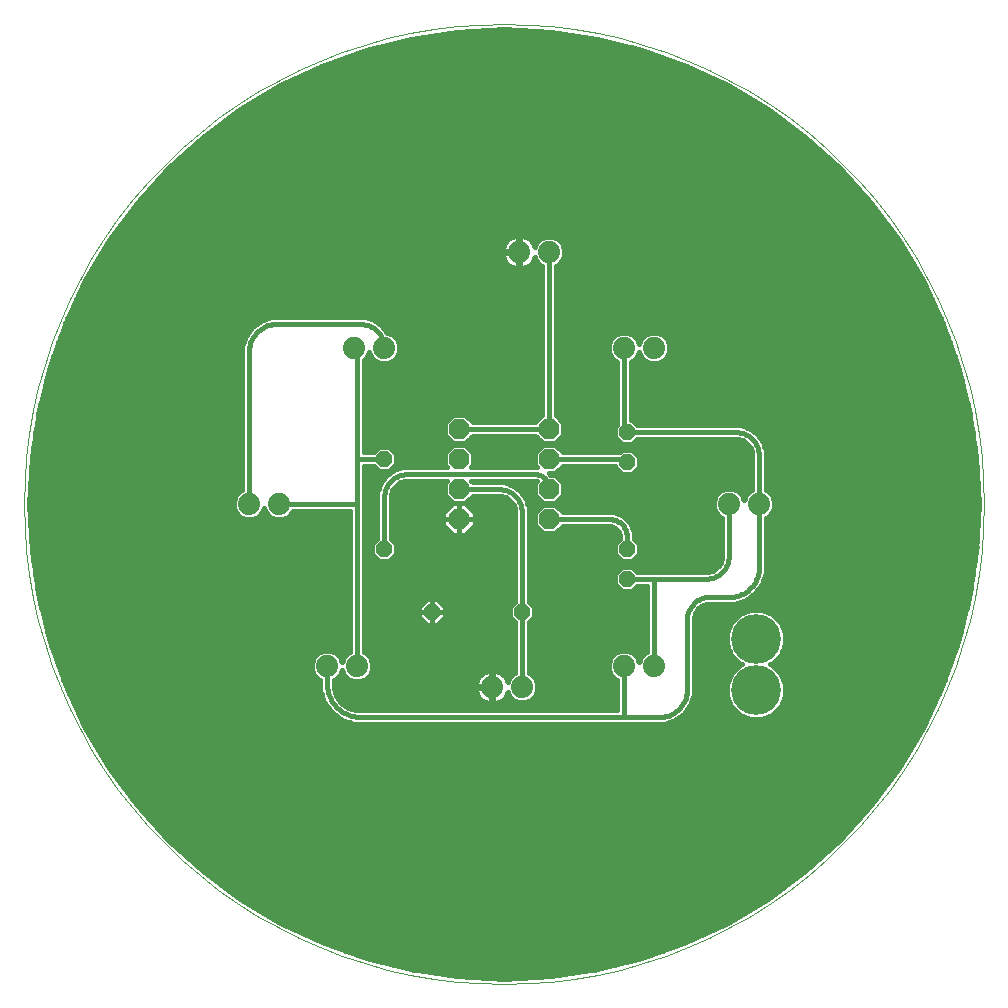
<source format=gtl>
G75*
G70*
%OFA0B0*%
%FSLAX24Y24*%
%IPPOS*%
%LPD*%
%AMOC8*
5,1,8,0,0,1.08239X$1,22.5*
%
%ADD10C,0.0000*%
%ADD11OC8,0.0680*%
%ADD12C,0.0740*%
%ADD13OC8,0.0520*%
%ADD14C,0.0160*%
%ADD15C,0.1660*%
D10*
X000180Y016180D02*
X000199Y016965D01*
X000257Y017748D01*
X000353Y018528D01*
X000487Y019301D01*
X000659Y020068D01*
X000869Y020825D01*
X001115Y021570D01*
X001398Y022303D01*
X001716Y023021D01*
X002069Y023722D01*
X002456Y024406D01*
X002876Y025069D01*
X003329Y025711D01*
X003812Y026330D01*
X004325Y026925D01*
X004866Y027494D01*
X005435Y028035D01*
X006030Y028548D01*
X006649Y029031D01*
X007291Y029484D01*
X007954Y029904D01*
X008638Y030291D01*
X009339Y030644D01*
X010057Y030962D01*
X010790Y031245D01*
X011535Y031491D01*
X012292Y031701D01*
X013059Y031873D01*
X013832Y032007D01*
X014612Y032103D01*
X015395Y032161D01*
X016180Y032180D01*
X016965Y032161D01*
X017748Y032103D01*
X018528Y032007D01*
X019301Y031873D01*
X020068Y031701D01*
X020825Y031491D01*
X021570Y031245D01*
X022303Y030962D01*
X023021Y030644D01*
X023722Y030291D01*
X024406Y029904D01*
X025069Y029484D01*
X025711Y029031D01*
X026330Y028548D01*
X026925Y028035D01*
X027494Y027494D01*
X028035Y026925D01*
X028548Y026330D01*
X029031Y025711D01*
X029484Y025069D01*
X029904Y024406D01*
X030291Y023722D01*
X030644Y023021D01*
X030962Y022303D01*
X031245Y021570D01*
X031491Y020825D01*
X031701Y020068D01*
X031873Y019301D01*
X032007Y018528D01*
X032103Y017748D01*
X032161Y016965D01*
X032180Y016180D01*
X032161Y015395D01*
X032103Y014612D01*
X032007Y013832D01*
X031873Y013059D01*
X031701Y012292D01*
X031491Y011535D01*
X031245Y010790D01*
X030962Y010057D01*
X030644Y009339D01*
X030291Y008638D01*
X029904Y007954D01*
X029484Y007291D01*
X029031Y006649D01*
X028548Y006030D01*
X028035Y005435D01*
X027494Y004866D01*
X026925Y004325D01*
X026330Y003812D01*
X025711Y003329D01*
X025069Y002876D01*
X024406Y002456D01*
X023722Y002069D01*
X023021Y001716D01*
X022303Y001398D01*
X021570Y001115D01*
X020825Y000869D01*
X020068Y000659D01*
X019301Y000487D01*
X018528Y000353D01*
X017748Y000257D01*
X016965Y000199D01*
X016180Y000180D01*
X015395Y000199D01*
X014612Y000257D01*
X013832Y000353D01*
X013059Y000487D01*
X012292Y000659D01*
X011535Y000869D01*
X010790Y001115D01*
X010057Y001398D01*
X009339Y001716D01*
X008638Y002069D01*
X007954Y002456D01*
X007291Y002876D01*
X006649Y003329D01*
X006030Y003812D01*
X005435Y004325D01*
X004866Y004866D01*
X004325Y005435D01*
X003812Y006030D01*
X003329Y006649D01*
X002876Y007291D01*
X002456Y007954D01*
X002069Y008638D01*
X001716Y009339D01*
X001398Y010057D01*
X001115Y010790D01*
X000869Y011535D01*
X000659Y012292D01*
X000487Y013059D01*
X000353Y013832D01*
X000257Y014612D01*
X000199Y015395D01*
X000180Y016180D01*
D11*
X014680Y015680D03*
X014680Y016680D03*
X014680Y017680D03*
X014680Y018680D03*
X017680Y018680D03*
X017680Y017680D03*
X017680Y016680D03*
X017680Y015680D03*
D12*
X020180Y010780D03*
X021180Y010780D03*
X016780Y010080D03*
X015780Y010080D03*
X011280Y010780D03*
X010280Y010780D03*
X008680Y016180D03*
X007680Y016180D03*
X011180Y021380D03*
X012180Y021380D03*
X016680Y024580D03*
X017680Y024580D03*
X020180Y021380D03*
X021180Y021380D03*
X023680Y016180D03*
X024680Y016180D03*
D13*
X020280Y017580D03*
X020280Y018580D03*
X020280Y014680D03*
X020280Y013680D03*
X016780Y012580D03*
X013780Y012580D03*
X012180Y014680D03*
X012180Y017680D03*
D14*
X003951Y006144D02*
X004994Y004994D01*
X006144Y003951D01*
X007391Y003026D01*
X008723Y002228D01*
X010126Y001564D01*
X011588Y001041D01*
X013094Y000664D01*
X014629Y000436D01*
X016180Y000360D01*
X017731Y000436D01*
X019266Y000664D01*
X020772Y001041D01*
X022234Y001564D01*
X023637Y002228D01*
X024969Y003026D01*
X026216Y003951D01*
X027366Y004994D01*
X028409Y006144D01*
X029334Y007391D01*
X030132Y008723D01*
X030796Y010126D01*
X031319Y011588D01*
X031696Y013094D01*
X031924Y014629D01*
X032000Y016180D01*
X031924Y017731D01*
X031696Y019266D01*
X031319Y020772D01*
X030796Y022234D01*
X030132Y023637D01*
X029334Y024969D01*
X028409Y026216D01*
X027366Y027366D01*
X026216Y028409D01*
X024969Y029334D01*
X023637Y030132D01*
X022234Y030796D01*
X020772Y031319D01*
X019266Y031696D01*
X017731Y031924D01*
X016180Y032000D01*
X014629Y031924D01*
X013094Y031696D01*
X011588Y031319D01*
X010126Y030796D01*
X008723Y030132D01*
X007391Y029334D01*
X006144Y028409D01*
X004994Y027366D01*
X003951Y026216D01*
X003951Y026216D01*
X003026Y024969D01*
X003026Y024969D01*
X002228Y023637D01*
X001564Y022234D01*
X001041Y020772D01*
X000664Y019266D01*
X000436Y017731D01*
X000360Y016180D01*
X000436Y014629D01*
X000664Y013094D01*
X001041Y011588D01*
X001564Y010126D01*
X002228Y008723D01*
X003026Y007391D01*
X003951Y006144D01*
X003907Y006203D02*
X028453Y006203D01*
X028570Y006362D02*
X003790Y006362D01*
X003672Y006520D02*
X028688Y006520D01*
X028805Y006679D02*
X003555Y006679D01*
X003437Y006837D02*
X028923Y006837D01*
X029041Y006996D02*
X003319Y006996D01*
X003202Y007154D02*
X029158Y007154D01*
X029276Y007313D02*
X003084Y007313D01*
X002978Y007471D02*
X029382Y007471D01*
X029477Y007630D02*
X002883Y007630D01*
X002788Y007788D02*
X029572Y007788D01*
X029667Y007947D02*
X002693Y007947D01*
X002598Y008105D02*
X029762Y008105D01*
X029857Y008264D02*
X002503Y008264D01*
X002408Y008422D02*
X029952Y008422D01*
X030047Y008581D02*
X002313Y008581D01*
X002220Y008739D02*
X030140Y008739D01*
X030215Y008898D02*
X021673Y008898D01*
X021557Y008860D02*
X021895Y008970D01*
X022182Y009178D01*
X022182Y009178D01*
X022182Y009178D01*
X022390Y009465D01*
X022500Y009803D01*
X022500Y012197D01*
X022506Y012204D01*
X022500Y012287D01*
X022500Y012335D01*
X022501Y012378D01*
X022541Y012539D01*
X022630Y012680D01*
X022758Y012787D01*
X022912Y012848D01*
X022991Y012860D01*
X023873Y012860D01*
X024241Y012979D01*
X024553Y013207D01*
X024781Y013519D01*
X024781Y013519D01*
X024900Y013887D01*
X024900Y015719D01*
X024969Y015748D01*
X025112Y015891D01*
X025190Y016079D01*
X025190Y016281D01*
X025112Y016469D01*
X024969Y016612D01*
X024900Y016641D01*
X024900Y017942D01*
X024800Y018249D01*
X031847Y018249D01*
X031870Y018091D02*
X024852Y018091D01*
X024900Y017932D02*
X031894Y017932D01*
X031917Y017774D02*
X024900Y017774D01*
X024900Y017615D02*
X031929Y017615D01*
X031937Y017457D02*
X024900Y017457D01*
X024900Y017298D02*
X031945Y017298D01*
X031953Y017140D02*
X024900Y017140D01*
X024900Y016981D02*
X031961Y016981D01*
X031968Y016823D02*
X024900Y016823D01*
X024900Y016664D02*
X031976Y016664D01*
X031984Y016506D02*
X025076Y016506D01*
X025163Y016347D02*
X031992Y016347D01*
X032000Y016189D02*
X025190Y016189D01*
X025170Y016030D02*
X031993Y016030D01*
X031985Y015872D02*
X025093Y015872D01*
X024900Y015713D02*
X031977Y015713D01*
X031969Y015555D02*
X024900Y015555D01*
X024900Y015396D02*
X031961Y015396D01*
X031954Y015238D02*
X024900Y015238D01*
X024900Y015079D02*
X031946Y015079D01*
X031938Y014921D02*
X024900Y014921D01*
X024900Y014762D02*
X031930Y014762D01*
X031924Y014629D02*
X031924Y014629D01*
X031920Y014604D02*
X024900Y014604D01*
X024900Y014445D02*
X031896Y014445D01*
X031873Y014287D02*
X024900Y014287D01*
X024900Y014128D02*
X031849Y014128D01*
X031826Y013970D02*
X024900Y013970D01*
X024875Y013811D02*
X031802Y013811D01*
X031779Y013653D02*
X024824Y013653D01*
X024762Y013494D02*
X031755Y013494D01*
X031732Y013336D02*
X024647Y013336D01*
X024553Y013207D02*
X024553Y013207D01*
X024553Y013207D01*
X024513Y013177D02*
X031708Y013177D01*
X031677Y013019D02*
X024295Y013019D01*
X024241Y012979D02*
X024241Y012979D01*
X024387Y012650D02*
X024031Y012502D01*
X023758Y012229D01*
X023610Y011873D01*
X023610Y011487D01*
X023758Y011131D01*
X024031Y010858D01*
X024098Y010830D01*
X024031Y010802D01*
X023758Y010529D01*
X023610Y010173D01*
X023610Y009787D01*
X023758Y009431D01*
X024031Y009158D01*
X024387Y009010D01*
X024773Y009010D01*
X025129Y009158D01*
X025402Y009431D01*
X025550Y009787D01*
X025550Y010173D01*
X025402Y010529D01*
X025129Y010802D01*
X025062Y010830D01*
X025129Y010858D01*
X025402Y011131D01*
X025550Y011487D01*
X025550Y011873D01*
X025402Y012229D01*
X025129Y012502D01*
X024773Y012650D01*
X024387Y012650D01*
X024129Y012543D02*
X022544Y012543D01*
X022502Y012385D02*
X023913Y012385D01*
X023756Y012226D02*
X022504Y012226D01*
X022500Y012068D02*
X023691Y012068D01*
X023625Y011909D02*
X022500Y011909D01*
X022500Y011751D02*
X023610Y011751D01*
X023610Y011592D02*
X022500Y011592D01*
X022500Y011434D02*
X023632Y011434D01*
X023698Y011275D02*
X022500Y011275D01*
X022500Y011117D02*
X023772Y011117D01*
X023930Y010958D02*
X022500Y010958D01*
X022500Y010800D02*
X024028Y010800D01*
X023869Y010641D02*
X022500Y010641D01*
X022500Y010483D02*
X023738Y010483D01*
X023673Y010324D02*
X022500Y010324D01*
X022500Y010166D02*
X023610Y010166D01*
X023610Y010007D02*
X022500Y010007D01*
X022500Y009849D02*
X023610Y009849D01*
X023650Y009690D02*
X022463Y009690D01*
X022412Y009532D02*
X023716Y009532D01*
X023815Y009373D02*
X022323Y009373D01*
X022390Y009465D02*
X022390Y009465D01*
X022208Y009215D02*
X023974Y009215D01*
X024276Y009056D02*
X022014Y009056D01*
X021895Y008970D02*
X021895Y008970D01*
X021557Y008860D02*
X021557Y008860D01*
X021471Y008860D01*
X011171Y008860D01*
X010773Y008989D01*
X010773Y008989D01*
X010435Y009235D01*
X010435Y009235D01*
X010435Y009235D01*
X010189Y009573D01*
X010189Y009573D01*
X010060Y009971D01*
X010060Y010319D01*
X009991Y010348D01*
X009848Y010491D01*
X009770Y010679D01*
X009770Y010881D01*
X009848Y011069D01*
X009991Y011212D01*
X010179Y011290D01*
X010381Y011290D01*
X010569Y011212D01*
X010712Y011069D01*
X010780Y010906D01*
X010848Y011069D01*
X010991Y011212D01*
X011060Y011241D01*
X011060Y015960D01*
X009141Y015960D01*
X009112Y015891D01*
X008969Y015748D01*
X008781Y015670D01*
X008579Y015670D01*
X008391Y015748D01*
X008248Y015891D01*
X008180Y016054D01*
X008112Y015891D01*
X007969Y015748D01*
X007781Y015670D01*
X007579Y015670D01*
X007391Y015748D01*
X007248Y015891D01*
X007170Y016079D01*
X007170Y016281D01*
X007248Y016469D01*
X007391Y016612D01*
X007460Y016641D01*
X007460Y021457D01*
X007570Y021795D01*
X007778Y022082D01*
X007778Y022082D01*
X008065Y022290D01*
X008065Y022290D01*
X008403Y022400D01*
X011542Y022400D01*
X011849Y022300D01*
X011849Y022300D01*
X012110Y022110D01*
X012110Y022110D01*
X012110Y022110D01*
X012270Y021890D01*
X012281Y021890D01*
X012469Y021812D01*
X012612Y021669D01*
X012690Y021481D01*
X012690Y021279D01*
X012612Y021091D01*
X012469Y020948D01*
X012281Y020870D01*
X012079Y020870D01*
X011891Y020948D01*
X011748Y021091D01*
X011680Y021254D01*
X011612Y021091D01*
X011500Y020979D01*
X011500Y017900D01*
X011834Y017900D01*
X012014Y018080D01*
X012346Y018080D01*
X012580Y017846D01*
X012580Y017514D01*
X012346Y017280D01*
X012014Y017280D01*
X011834Y017460D01*
X011500Y017460D01*
X011500Y011241D01*
X011569Y011212D01*
X011712Y011069D01*
X011790Y010881D01*
X011790Y010679D01*
X011712Y010491D01*
X011569Y010348D01*
X011381Y010270D01*
X011179Y010270D01*
X010991Y010348D01*
X010848Y010491D01*
X010780Y010654D01*
X010712Y010491D01*
X010569Y010348D01*
X010500Y010319D01*
X010500Y010180D01*
X010511Y010042D01*
X010596Y009780D01*
X010758Y009558D01*
X010980Y009396D01*
X011242Y009311D01*
X011380Y009300D01*
X019960Y009300D01*
X019960Y010319D01*
X019891Y010348D01*
X019748Y010491D01*
X019670Y010679D01*
X019670Y010881D01*
X019748Y011069D01*
X019891Y011212D01*
X020079Y011290D01*
X020281Y011290D01*
X020469Y011212D01*
X020612Y011069D01*
X020680Y010906D01*
X020748Y011069D01*
X020891Y011212D01*
X020960Y011241D01*
X020960Y013460D01*
X020626Y013460D01*
X020446Y013280D01*
X020114Y013280D01*
X019880Y013514D01*
X019880Y013846D01*
X020114Y014080D01*
X020446Y014080D01*
X020626Y013900D01*
X022880Y013900D01*
X022971Y013907D01*
X023143Y013963D01*
X023290Y014070D01*
X023397Y014217D01*
X023453Y014389D01*
X023460Y014480D01*
X023460Y015719D01*
X023391Y015748D01*
X023248Y015891D01*
X023170Y016079D01*
X023170Y016281D01*
X023248Y016469D01*
X023391Y016612D01*
X023579Y016690D01*
X023781Y016690D01*
X023969Y016612D01*
X024112Y016469D01*
X024180Y016306D01*
X024248Y016469D01*
X024391Y016612D01*
X024460Y016641D01*
X024460Y017780D01*
X024453Y017871D01*
X024397Y018043D01*
X024290Y018190D01*
X024143Y018297D01*
X023971Y018353D01*
X023880Y018360D01*
X020626Y018360D01*
X020446Y018180D01*
X020114Y018180D01*
X019880Y018414D01*
X019880Y018746D01*
X019960Y018826D01*
X019960Y020919D01*
X019891Y020948D01*
X019748Y021091D01*
X019670Y021279D01*
X019670Y021481D01*
X019748Y021669D01*
X019891Y021812D01*
X020079Y021890D01*
X020281Y021890D01*
X020469Y021812D01*
X020612Y021669D01*
X020680Y021506D01*
X020748Y021669D01*
X020891Y021812D01*
X021079Y021890D01*
X021281Y021890D01*
X021469Y021812D01*
X021612Y021669D01*
X021690Y021481D01*
X021690Y021279D01*
X021612Y021091D01*
X021469Y020948D01*
X021281Y020870D01*
X021079Y020870D01*
X020891Y020948D01*
X020748Y021091D01*
X020680Y021254D01*
X020612Y021091D01*
X020469Y020948D01*
X020400Y020919D01*
X020400Y018980D01*
X020446Y018980D01*
X020626Y018800D01*
X024042Y018800D01*
X024349Y018700D01*
X024349Y018700D01*
X024610Y018510D01*
X024610Y018510D01*
X024610Y018510D01*
X024800Y018249D01*
X024800Y018249D01*
X024685Y018408D02*
X031823Y018408D01*
X031800Y018566D02*
X024533Y018566D01*
X024274Y018725D02*
X031776Y018725D01*
X031753Y018883D02*
X020543Y018883D01*
X020400Y019042D02*
X031729Y019042D01*
X031706Y019200D02*
X020400Y019200D01*
X020400Y019359D02*
X031673Y019359D01*
X031633Y019517D02*
X020400Y019517D01*
X020400Y019676D02*
X031593Y019676D01*
X031554Y019834D02*
X020400Y019834D01*
X020400Y019993D02*
X031514Y019993D01*
X031474Y020151D02*
X020400Y020151D01*
X020400Y020310D02*
X031435Y020310D01*
X031395Y020468D02*
X020400Y020468D01*
X020400Y020627D02*
X031355Y020627D01*
X031314Y020785D02*
X020400Y020785D01*
X020459Y020944D02*
X020901Y020944D01*
X020743Y021102D02*
X020617Y021102D01*
X020650Y021578D02*
X020710Y021578D01*
X020815Y021736D02*
X020545Y021736D01*
X020180Y021380D02*
X020180Y018680D01*
X020182Y018663D01*
X020186Y018646D01*
X020193Y018630D01*
X020203Y018616D01*
X020216Y018603D01*
X020230Y018593D01*
X020246Y018586D01*
X020263Y018582D01*
X020280Y018580D01*
X023880Y018580D01*
X024209Y018249D02*
X020515Y018249D01*
X020446Y017980D02*
X020114Y017980D01*
X020034Y017900D01*
X018139Y017900D01*
X017879Y018160D01*
X017481Y018160D01*
X017200Y017879D01*
X017200Y017481D01*
X017281Y017400D01*
X015079Y017400D01*
X015160Y017481D01*
X015160Y017879D01*
X014879Y018160D01*
X014481Y018160D01*
X014200Y017879D01*
X014200Y017481D01*
X014281Y017400D01*
X012818Y017400D01*
X012511Y017300D01*
X012250Y017110D01*
X012060Y016849D01*
X012060Y016849D01*
X011960Y016542D01*
X011960Y015026D01*
X011780Y014846D01*
X011780Y014514D01*
X012014Y014280D01*
X012346Y014280D01*
X012580Y014514D01*
X012580Y014846D01*
X012400Y015026D01*
X012400Y016380D01*
X012407Y016471D01*
X012463Y016643D01*
X012570Y016790D01*
X012717Y016897D01*
X012889Y016953D01*
X012980Y016960D01*
X014281Y016960D01*
X014200Y016879D01*
X014200Y016481D01*
X014481Y016200D01*
X014879Y016200D01*
X015139Y016460D01*
X015980Y016460D01*
X016071Y016453D01*
X016243Y016397D01*
X016390Y016290D01*
X016497Y016143D01*
X016553Y015971D01*
X016560Y015880D01*
X016560Y012926D01*
X016380Y012746D01*
X016380Y012414D01*
X016560Y012234D01*
X016560Y010541D01*
X016491Y010512D01*
X016348Y010369D01*
X016301Y010256D01*
X016290Y010291D01*
X016250Y010368D01*
X016200Y010438D01*
X016138Y010500D01*
X016068Y010550D01*
X015991Y010590D01*
X015909Y010616D01*
X015823Y010630D01*
X015800Y010630D01*
X015800Y010100D01*
X015760Y010100D01*
X015760Y010630D01*
X015737Y010630D01*
X015651Y010616D01*
X015569Y010590D01*
X015492Y010550D01*
X015422Y010500D01*
X015360Y010438D01*
X015310Y010368D01*
X015270Y010291D01*
X015244Y010209D01*
X015230Y010123D01*
X015230Y010100D01*
X015760Y010100D01*
X015760Y010060D01*
X015230Y010060D01*
X015230Y010037D01*
X015244Y009951D01*
X015270Y009869D01*
X015310Y009792D01*
X015360Y009722D01*
X015422Y009660D01*
X015492Y009610D01*
X015569Y009570D01*
X015651Y009544D01*
X015737Y009530D01*
X015760Y009530D01*
X015760Y010060D01*
X015800Y010060D01*
X015800Y009530D01*
X015823Y009530D01*
X015909Y009544D01*
X015991Y009570D01*
X016068Y009610D01*
X016138Y009660D01*
X016200Y009722D01*
X016250Y009792D01*
X016290Y009869D01*
X016301Y009904D01*
X016348Y009791D01*
X016491Y009648D01*
X016679Y009570D01*
X016881Y009570D01*
X017069Y009648D01*
X017212Y009791D01*
X017290Y009979D01*
X017290Y010181D01*
X017212Y010369D01*
X017069Y010512D01*
X017000Y010541D01*
X017000Y012234D01*
X017180Y012414D01*
X017180Y012746D01*
X017000Y012926D01*
X017000Y016042D01*
X016900Y016349D01*
X016710Y016610D01*
X016449Y016800D01*
X016449Y016800D01*
X016142Y016900D01*
X015139Y016900D01*
X015079Y016960D01*
X017180Y016960D01*
X017235Y016955D01*
X017264Y016943D01*
X017200Y016879D01*
X017200Y016481D01*
X017481Y016200D01*
X017879Y016200D01*
X018160Y016481D01*
X018160Y016879D01*
X017879Y017160D01*
X017718Y017160D01*
X017678Y017200D01*
X017879Y017200D01*
X018139Y017460D01*
X019880Y017460D01*
X019880Y017414D01*
X020114Y017180D01*
X020446Y017180D01*
X020680Y017414D01*
X020680Y017746D01*
X020446Y017980D01*
X020494Y017932D02*
X024433Y017932D01*
X024460Y017774D02*
X020652Y017774D01*
X020680Y017615D02*
X024460Y017615D01*
X024460Y017457D02*
X020680Y017457D01*
X020564Y017298D02*
X024460Y017298D01*
X024460Y017140D02*
X017899Y017140D01*
X017977Y017298D02*
X019996Y017298D01*
X019880Y017457D02*
X018135Y017457D01*
X018058Y016981D02*
X024460Y016981D01*
X024460Y016823D02*
X018160Y016823D01*
X018160Y016664D02*
X023516Y016664D01*
X023284Y016506D02*
X018160Y016506D01*
X018026Y016347D02*
X023197Y016347D01*
X023170Y016189D02*
X016952Y016189D01*
X017000Y016030D02*
X017351Y016030D01*
X017481Y016160D02*
X017200Y015879D01*
X017200Y015481D01*
X017481Y015200D01*
X017879Y015200D01*
X018139Y015460D01*
X019680Y015460D01*
X019754Y015453D01*
X019891Y015396D01*
X018075Y015396D01*
X017916Y015238D02*
X020018Y015238D01*
X019996Y015291D02*
X020053Y015154D01*
X020060Y015080D01*
X020060Y015026D01*
X019880Y014846D01*
X019880Y014514D01*
X020114Y014280D01*
X020446Y014280D01*
X020680Y014514D01*
X020680Y014846D01*
X020500Y015026D01*
X020500Y015243D01*
X020375Y015544D01*
X020375Y015544D01*
X020144Y015775D01*
X019843Y015900D01*
X018139Y015900D01*
X017879Y016160D01*
X017481Y016160D01*
X017334Y016347D02*
X016901Y016347D01*
X016900Y016349D02*
X016900Y016349D01*
X016786Y016506D02*
X017200Y016506D01*
X017200Y016664D02*
X016636Y016664D01*
X016710Y016610D02*
X016710Y016610D01*
X016710Y016610D01*
X016380Y016823D02*
X017200Y016823D01*
X017180Y017180D02*
X017224Y017178D01*
X017267Y017172D01*
X017309Y017163D01*
X017351Y017150D01*
X017391Y017133D01*
X017430Y017113D01*
X017467Y017090D01*
X017501Y017063D01*
X017534Y017034D01*
X017563Y017001D01*
X017590Y016967D01*
X017613Y016930D01*
X017633Y016891D01*
X017650Y016851D01*
X017663Y016809D01*
X017672Y016767D01*
X017678Y016724D01*
X017680Y016680D01*
X017180Y017180D02*
X012980Y017180D01*
X012511Y017300D02*
X012511Y017300D01*
X012508Y017298D02*
X012364Y017298D01*
X012290Y017140D02*
X011500Y017140D01*
X011500Y017298D02*
X011996Y017298D01*
X011838Y017457D02*
X011500Y017457D01*
X011280Y017680D02*
X012180Y017680D01*
X011866Y017932D02*
X011500Y017932D01*
X011500Y018091D02*
X014412Y018091D01*
X014481Y018200D02*
X014879Y018200D01*
X015139Y018460D01*
X017221Y018460D01*
X017481Y018200D01*
X017879Y018200D01*
X018160Y018481D01*
X018160Y018879D01*
X017900Y019139D01*
X017900Y024119D01*
X017969Y024148D01*
X018112Y024291D01*
X018190Y024479D01*
X018190Y024681D01*
X018112Y024869D01*
X017969Y025012D01*
X017781Y025090D01*
X017579Y025090D01*
X017391Y025012D01*
X017248Y024869D01*
X017201Y024756D01*
X017190Y024791D01*
X017150Y024868D01*
X017100Y024938D01*
X017038Y025000D01*
X016968Y025050D01*
X016891Y025090D01*
X016809Y025116D01*
X016723Y025130D01*
X016700Y025130D01*
X016700Y024600D01*
X016660Y024600D01*
X016660Y025130D01*
X016637Y025130D01*
X016551Y025116D01*
X016469Y025090D01*
X016392Y025050D01*
X016322Y025000D01*
X016260Y024938D01*
X016210Y024868D01*
X016170Y024791D01*
X016144Y024709D01*
X016130Y024623D01*
X016130Y024600D01*
X016660Y024600D01*
X016660Y024560D01*
X016130Y024560D01*
X016130Y024537D01*
X016144Y024451D01*
X016170Y024369D01*
X016210Y024292D01*
X016260Y024222D01*
X016322Y024160D01*
X016392Y024110D01*
X016469Y024070D01*
X016551Y024044D01*
X016637Y024030D01*
X016660Y024030D01*
X016660Y024560D01*
X016700Y024560D01*
X016700Y024030D01*
X016723Y024030D01*
X016809Y024044D01*
X016891Y024070D01*
X016968Y024110D01*
X017038Y024160D01*
X017100Y024222D01*
X017150Y024292D01*
X017190Y024369D01*
X017201Y024404D01*
X017248Y024291D01*
X017391Y024148D01*
X017460Y024119D01*
X017460Y019139D01*
X017221Y018900D01*
X015139Y018900D01*
X014879Y019160D01*
X014481Y019160D01*
X014200Y018879D01*
X014200Y018481D01*
X014481Y018200D01*
X014432Y018249D02*
X011500Y018249D01*
X011500Y018408D02*
X014274Y018408D01*
X014200Y018566D02*
X011500Y018566D01*
X011500Y018725D02*
X014200Y018725D01*
X014204Y018883D02*
X011500Y018883D01*
X011500Y019042D02*
X014363Y019042D01*
X014680Y018680D02*
X017680Y018680D01*
X017680Y024580D01*
X018190Y024589D02*
X029562Y024589D01*
X029657Y024431D02*
X018170Y024431D01*
X018093Y024272D02*
X029752Y024272D01*
X029847Y024114D02*
X017900Y024114D01*
X017900Y023955D02*
X029942Y023955D01*
X030037Y023797D02*
X017900Y023797D01*
X017900Y023638D02*
X030132Y023638D01*
X030207Y023480D02*
X017900Y023480D01*
X017900Y023321D02*
X030282Y023321D01*
X030357Y023163D02*
X017900Y023163D01*
X017900Y023004D02*
X030432Y023004D01*
X030507Y022846D02*
X017900Y022846D01*
X017900Y022687D02*
X030581Y022687D01*
X030656Y022529D02*
X017900Y022529D01*
X017900Y022370D02*
X030731Y022370D01*
X030804Y022212D02*
X017900Y022212D01*
X017900Y022053D02*
X030860Y022053D01*
X030917Y021895D02*
X017900Y021895D01*
X017900Y021736D02*
X019815Y021736D01*
X019710Y021578D02*
X017900Y021578D01*
X017900Y021419D02*
X019670Y021419D01*
X019677Y021261D02*
X017900Y021261D01*
X017900Y021102D02*
X019743Y021102D01*
X019901Y020944D02*
X017900Y020944D01*
X017900Y020785D02*
X019960Y020785D01*
X019960Y020627D02*
X017900Y020627D01*
X017900Y020468D02*
X019960Y020468D01*
X019960Y020310D02*
X017900Y020310D01*
X017900Y020151D02*
X019960Y020151D01*
X019960Y019993D02*
X017900Y019993D01*
X017900Y019834D02*
X019960Y019834D01*
X019960Y019676D02*
X017900Y019676D01*
X017900Y019517D02*
X019960Y019517D01*
X019960Y019359D02*
X017900Y019359D01*
X017900Y019200D02*
X019960Y019200D01*
X019960Y019042D02*
X017997Y019042D01*
X018156Y018883D02*
X019960Y018883D01*
X019880Y018725D02*
X018160Y018725D01*
X018160Y018566D02*
X019880Y018566D01*
X019887Y018408D02*
X018086Y018408D01*
X017928Y018249D02*
X020045Y018249D01*
X020066Y017932D02*
X018107Y017932D01*
X017948Y018091D02*
X024362Y018091D01*
X024680Y017780D02*
X024680Y016180D01*
X024680Y014080D01*
X024678Y014020D01*
X024673Y013959D01*
X024664Y013900D01*
X024651Y013841D01*
X024635Y013782D01*
X024615Y013725D01*
X024592Y013670D01*
X024565Y013615D01*
X024536Y013563D01*
X024503Y013512D01*
X024467Y013463D01*
X024429Y013417D01*
X024387Y013373D01*
X024343Y013331D01*
X024297Y013293D01*
X024248Y013257D01*
X024197Y013224D01*
X024145Y013195D01*
X024090Y013168D01*
X024035Y013145D01*
X023978Y013125D01*
X023919Y013109D01*
X023860Y013096D01*
X023801Y013087D01*
X023740Y013082D01*
X023680Y013080D01*
X022980Y013080D01*
X022656Y012702D02*
X031598Y012702D01*
X031637Y012860D02*
X023873Y012860D01*
X022980Y013080D02*
X022927Y013075D01*
X022874Y013066D01*
X022822Y013053D01*
X022771Y013036D01*
X022721Y013016D01*
X022673Y012992D01*
X022626Y012965D01*
X022582Y012934D01*
X022540Y012901D01*
X022501Y012864D01*
X022464Y012825D01*
X022430Y012784D01*
X022399Y012740D01*
X022372Y012694D01*
X022347Y012646D01*
X022327Y012596D01*
X022309Y012545D01*
X022296Y012493D01*
X022286Y012441D01*
X022280Y012387D01*
X022278Y012334D01*
X022280Y012280D01*
X022280Y009980D01*
X022278Y009921D01*
X022272Y009863D01*
X022263Y009804D01*
X022249Y009747D01*
X022232Y009691D01*
X022211Y009636D01*
X022187Y009582D01*
X022159Y009530D01*
X022128Y009480D01*
X022094Y009432D01*
X022057Y009387D01*
X022016Y009344D01*
X021973Y009303D01*
X021928Y009266D01*
X021880Y009232D01*
X021830Y009201D01*
X021778Y009173D01*
X021724Y009149D01*
X021669Y009128D01*
X021613Y009111D01*
X021556Y009097D01*
X021497Y009088D01*
X021439Y009082D01*
X021380Y009080D01*
X020180Y009080D01*
X020180Y010780D01*
X019702Y010958D02*
X017000Y010958D01*
X017000Y010800D02*
X019670Y010800D01*
X019686Y010641D02*
X017000Y010641D01*
X017099Y010483D02*
X019756Y010483D01*
X019948Y010324D02*
X017231Y010324D01*
X017290Y010166D02*
X019960Y010166D01*
X019960Y010007D02*
X017290Y010007D01*
X017236Y009849D02*
X019960Y009849D01*
X019960Y009690D02*
X017111Y009690D01*
X016780Y010080D02*
X016780Y012580D01*
X016780Y015880D01*
X017000Y015872D02*
X017200Y015872D01*
X017200Y015713D02*
X017000Y015713D01*
X017000Y015555D02*
X017200Y015555D01*
X017285Y015396D02*
X017000Y015396D01*
X017000Y015238D02*
X017444Y015238D01*
X017000Y015079D02*
X020060Y015079D01*
X019955Y014921D02*
X017000Y014921D01*
X017000Y014762D02*
X019880Y014762D01*
X019880Y014604D02*
X017000Y014604D01*
X017000Y014445D02*
X019949Y014445D01*
X020108Y014287D02*
X017000Y014287D01*
X017000Y014128D02*
X023332Y014128D01*
X023419Y014287D02*
X020452Y014287D01*
X020611Y014445D02*
X023457Y014445D01*
X023460Y014604D02*
X020680Y014604D01*
X020680Y014762D02*
X023460Y014762D01*
X023460Y014921D02*
X020605Y014921D01*
X020500Y015079D02*
X023460Y015079D01*
X023460Y015238D02*
X020500Y015238D01*
X020437Y015396D02*
X023460Y015396D01*
X023460Y015555D02*
X020365Y015555D01*
X020207Y015713D02*
X023460Y015713D01*
X023267Y015872D02*
X019912Y015872D01*
X020144Y015775D02*
X020144Y015775D01*
X019891Y015396D02*
X019996Y015291D01*
X020280Y015080D02*
X020280Y014680D01*
X020280Y015080D02*
X020278Y015127D01*
X020273Y015174D01*
X020263Y015220D01*
X020251Y015265D01*
X020234Y015310D01*
X020215Y015352D01*
X020192Y015393D01*
X020165Y015433D01*
X020136Y015470D01*
X020104Y015504D01*
X020070Y015536D01*
X020033Y015565D01*
X019993Y015592D01*
X019952Y015615D01*
X019910Y015634D01*
X019865Y015651D01*
X019820Y015663D01*
X019774Y015673D01*
X019727Y015678D01*
X019680Y015680D01*
X017680Y015680D01*
X018009Y016030D02*
X023190Y016030D01*
X023680Y016180D02*
X023680Y014480D01*
X023152Y013970D02*
X020556Y013970D01*
X020280Y013680D02*
X021280Y013680D01*
X022880Y013680D01*
X022935Y013682D01*
X022989Y013687D01*
X023043Y013697D01*
X023096Y013710D01*
X023148Y013726D01*
X023199Y013746D01*
X023248Y013770D01*
X023296Y013796D01*
X023341Y013826D01*
X023385Y013859D01*
X023426Y013895D01*
X023465Y013934D01*
X023501Y013975D01*
X023534Y014019D01*
X023564Y014064D01*
X023590Y014112D01*
X023614Y014161D01*
X023634Y014212D01*
X023650Y014264D01*
X023663Y014317D01*
X023673Y014371D01*
X023678Y014425D01*
X023680Y014480D01*
X024163Y016347D02*
X024197Y016347D01*
X024284Y016506D02*
X024076Y016506D01*
X023844Y016664D02*
X024460Y016664D01*
X024680Y017780D02*
X024678Y017835D01*
X024673Y017889D01*
X024663Y017943D01*
X024650Y017996D01*
X024634Y018048D01*
X024614Y018099D01*
X024590Y018148D01*
X024564Y018196D01*
X024534Y018241D01*
X024501Y018285D01*
X024465Y018326D01*
X024426Y018365D01*
X024385Y018401D01*
X024341Y018434D01*
X024296Y018464D01*
X024248Y018490D01*
X024199Y018514D01*
X024148Y018534D01*
X024096Y018550D01*
X024043Y018563D01*
X023989Y018573D01*
X023935Y018578D01*
X023880Y018580D01*
X021617Y021102D02*
X031201Y021102D01*
X031257Y020944D02*
X021459Y020944D01*
X021683Y021261D02*
X031144Y021261D01*
X031087Y021419D02*
X021690Y021419D01*
X021650Y021578D02*
X031031Y021578D01*
X030974Y021736D02*
X021545Y021736D01*
X018163Y024748D02*
X029467Y024748D01*
X029372Y024906D02*
X018075Y024906D01*
X017843Y025065D02*
X029263Y025065D01*
X029145Y025223D02*
X003215Y025223D01*
X003332Y025382D02*
X029028Y025382D01*
X028910Y025540D02*
X003450Y025540D01*
X003567Y025699D02*
X028793Y025699D01*
X028675Y025857D02*
X003685Y025857D01*
X003802Y026016D02*
X028558Y026016D01*
X028440Y026174D02*
X003920Y026174D01*
X004057Y026333D02*
X028303Y026333D01*
X028160Y026491D02*
X004200Y026491D01*
X004344Y026650D02*
X028016Y026650D01*
X027872Y026808D02*
X004488Y026808D01*
X004631Y026967D02*
X027729Y026967D01*
X027585Y027125D02*
X004775Y027125D01*
X004919Y027284D02*
X027441Y027284D01*
X027283Y027442D02*
X005077Y027442D01*
X005252Y027601D02*
X027108Y027601D01*
X026933Y027759D02*
X005427Y027759D01*
X005602Y027918D02*
X026758Y027918D01*
X026583Y028076D02*
X005777Y028076D01*
X005951Y028235D02*
X026409Y028235D01*
X026234Y028393D02*
X006126Y028393D01*
X006336Y028552D02*
X026024Y028552D01*
X025810Y028710D02*
X006550Y028710D01*
X006764Y028869D02*
X025596Y028869D01*
X025383Y029027D02*
X006977Y029027D01*
X007191Y029186D02*
X025169Y029186D01*
X024952Y029344D02*
X007408Y029344D01*
X007672Y029503D02*
X024688Y029503D01*
X024423Y029661D02*
X007937Y029661D01*
X008201Y029820D02*
X024159Y029820D01*
X023894Y029978D02*
X008466Y029978D01*
X008732Y030137D02*
X023628Y030137D01*
X023293Y030295D02*
X009067Y030295D01*
X009402Y030454D02*
X022958Y030454D01*
X022622Y030612D02*
X009738Y030612D01*
X010073Y030771D02*
X022287Y030771D01*
X021861Y030929D02*
X010499Y030929D01*
X010942Y031088D02*
X021418Y031088D01*
X020975Y031246D02*
X011385Y031246D01*
X011930Y031405D02*
X020430Y031405D01*
X019797Y031563D02*
X012563Y031563D01*
X013266Y031722D02*
X019094Y031722D01*
X018025Y031880D02*
X014335Y031880D01*
X016419Y025065D02*
X003097Y025065D01*
X002988Y024906D02*
X016237Y024906D01*
X016156Y024748D02*
X002893Y024748D01*
X002798Y024589D02*
X016660Y024589D01*
X016660Y024431D02*
X016700Y024431D01*
X016700Y024272D02*
X016660Y024272D01*
X016660Y024114D02*
X016700Y024114D01*
X016974Y024114D02*
X017460Y024114D01*
X017460Y023955D02*
X002418Y023955D01*
X002323Y023797D02*
X017460Y023797D01*
X017460Y023638D02*
X002228Y023638D01*
X002153Y023480D02*
X017460Y023480D01*
X017460Y023321D02*
X002078Y023321D01*
X002003Y023163D02*
X017460Y023163D01*
X017460Y023004D02*
X001928Y023004D01*
X001853Y022846D02*
X017460Y022846D01*
X017460Y022687D02*
X001779Y022687D01*
X001704Y022529D02*
X017460Y022529D01*
X017460Y022370D02*
X011634Y022370D01*
X011380Y022180D02*
X008580Y022180D01*
X008310Y022370D02*
X001629Y022370D01*
X001556Y022212D02*
X007957Y022212D01*
X007757Y022053D02*
X001500Y022053D01*
X001443Y021895D02*
X007642Y021895D01*
X007551Y021736D02*
X001386Y021736D01*
X001329Y021578D02*
X007499Y021578D01*
X007460Y021419D02*
X001273Y021419D01*
X001216Y021261D02*
X007460Y021261D01*
X007460Y021102D02*
X001159Y021102D01*
X001103Y020944D02*
X007460Y020944D01*
X007460Y020785D02*
X001046Y020785D01*
X001005Y020627D02*
X007460Y020627D01*
X007460Y020468D02*
X000965Y020468D01*
X000925Y020310D02*
X007460Y020310D01*
X007460Y020151D02*
X000886Y020151D01*
X000846Y019993D02*
X007460Y019993D01*
X007460Y019834D02*
X000806Y019834D01*
X000767Y019676D02*
X007460Y019676D01*
X007460Y019517D02*
X000727Y019517D01*
X000687Y019359D02*
X007460Y019359D01*
X007460Y019200D02*
X000654Y019200D01*
X000631Y019042D02*
X007460Y019042D01*
X007460Y018883D02*
X000607Y018883D01*
X000584Y018725D02*
X007460Y018725D01*
X007460Y018566D02*
X000560Y018566D01*
X000537Y018408D02*
X007460Y018408D01*
X007460Y018249D02*
X000513Y018249D01*
X000490Y018091D02*
X007460Y018091D01*
X007460Y017932D02*
X000466Y017932D01*
X000443Y017774D02*
X007460Y017774D01*
X007460Y017615D02*
X000431Y017615D01*
X000423Y017457D02*
X007460Y017457D01*
X007460Y017298D02*
X000415Y017298D01*
X000407Y017140D02*
X007460Y017140D01*
X007460Y016981D02*
X000399Y016981D01*
X000392Y016823D02*
X007460Y016823D01*
X007460Y016664D02*
X000384Y016664D01*
X000376Y016506D02*
X007284Y016506D01*
X007197Y016347D02*
X000368Y016347D01*
X000360Y016189D02*
X007170Y016189D01*
X007190Y016030D02*
X000367Y016030D01*
X000375Y015872D02*
X007267Y015872D01*
X007475Y015713D02*
X000383Y015713D01*
X000391Y015555D02*
X011060Y015555D01*
X011060Y015713D02*
X008885Y015713D01*
X009093Y015872D02*
X011060Y015872D01*
X011280Y016080D02*
X011278Y016097D01*
X011274Y016114D01*
X011267Y016130D01*
X011257Y016144D01*
X011244Y016157D01*
X011230Y016167D01*
X011214Y016174D01*
X011197Y016178D01*
X011180Y016180D01*
X008680Y016180D01*
X008475Y015713D02*
X007885Y015713D01*
X008093Y015872D02*
X008267Y015872D01*
X008190Y016030D02*
X008170Y016030D01*
X007680Y016180D02*
X007680Y021280D01*
X007682Y021339D01*
X007688Y021397D01*
X007697Y021456D01*
X007711Y021513D01*
X007728Y021569D01*
X007749Y021624D01*
X007773Y021678D01*
X007801Y021730D01*
X007832Y021780D01*
X007866Y021828D01*
X007903Y021873D01*
X007944Y021916D01*
X007987Y021957D01*
X008032Y021994D01*
X008080Y022028D01*
X008130Y022059D01*
X008182Y022087D01*
X008236Y022111D01*
X008291Y022132D01*
X008347Y022149D01*
X008404Y022163D01*
X008463Y022172D01*
X008521Y022178D01*
X008580Y022180D01*
X011180Y021380D02*
X011197Y021378D01*
X011214Y021374D01*
X011230Y021367D01*
X011244Y021357D01*
X011257Y021344D01*
X011267Y021330D01*
X011274Y021314D01*
X011278Y021297D01*
X011280Y021280D01*
X011280Y017680D01*
X011280Y016080D01*
X011280Y010780D01*
X010802Y010958D02*
X010758Y010958D01*
X010665Y011117D02*
X010895Y011117D01*
X011060Y011275D02*
X010418Y011275D01*
X010142Y011275D02*
X001153Y011275D01*
X001096Y011434D02*
X011060Y011434D01*
X011060Y011592D02*
X001040Y011592D01*
X001000Y011751D02*
X011060Y011751D01*
X011060Y011909D02*
X000961Y011909D01*
X000921Y012068D02*
X011060Y012068D01*
X011060Y012226D02*
X000881Y012226D01*
X000842Y012385D02*
X011060Y012385D01*
X011060Y012543D02*
X000802Y012543D01*
X000762Y012702D02*
X011060Y012702D01*
X011060Y012860D02*
X000723Y012860D01*
X000683Y013019D02*
X011060Y013019D01*
X011060Y013177D02*
X000652Y013177D01*
X000628Y013336D02*
X011060Y013336D01*
X011060Y013494D02*
X000605Y013494D01*
X000581Y013653D02*
X011060Y013653D01*
X011060Y013811D02*
X000558Y013811D01*
X000534Y013970D02*
X011060Y013970D01*
X011060Y014128D02*
X000511Y014128D01*
X000487Y014287D02*
X011060Y014287D01*
X011060Y014445D02*
X000464Y014445D01*
X000440Y014604D02*
X011060Y014604D01*
X011060Y014762D02*
X000430Y014762D01*
X000422Y014921D02*
X011060Y014921D01*
X011060Y015079D02*
X000414Y015079D01*
X000406Y015238D02*
X011060Y015238D01*
X011060Y015396D02*
X000399Y015396D01*
X001210Y011117D02*
X009895Y011117D01*
X009802Y010958D02*
X001267Y010958D01*
X001323Y010800D02*
X009770Y010800D01*
X009786Y010641D02*
X001380Y010641D01*
X001437Y010483D02*
X009856Y010483D01*
X010048Y010324D02*
X001493Y010324D01*
X001550Y010166D02*
X010060Y010166D01*
X010060Y010007D02*
X001621Y010007D01*
X001695Y009849D02*
X010100Y009849D01*
X010151Y009690D02*
X001770Y009690D01*
X001845Y009532D02*
X010220Y009532D01*
X010335Y009373D02*
X001920Y009373D01*
X001995Y009215D02*
X010463Y009215D01*
X010681Y009056D02*
X002070Y009056D01*
X002145Y008898D02*
X011055Y008898D01*
X011380Y009080D02*
X020180Y009080D01*
X019960Y009373D02*
X011051Y009373D01*
X010794Y009532D02*
X015727Y009532D01*
X015760Y009532D02*
X015800Y009532D01*
X015833Y009532D02*
X019960Y009532D01*
X020658Y010958D02*
X020702Y010958D01*
X020795Y011117D02*
X020565Y011117D01*
X020318Y011275D02*
X020960Y011275D01*
X020960Y011434D02*
X017000Y011434D01*
X017000Y011592D02*
X020960Y011592D01*
X020960Y011751D02*
X017000Y011751D01*
X017000Y011909D02*
X020960Y011909D01*
X020960Y012068D02*
X017000Y012068D01*
X017000Y012226D02*
X020960Y012226D01*
X020960Y012385D02*
X017150Y012385D01*
X017180Y012543D02*
X020960Y012543D01*
X020960Y012702D02*
X017180Y012702D01*
X017066Y012860D02*
X020960Y012860D01*
X020960Y013019D02*
X017000Y013019D01*
X017000Y013177D02*
X020960Y013177D01*
X020960Y013336D02*
X020501Y013336D01*
X020059Y013336D02*
X017000Y013336D01*
X017000Y013494D02*
X019900Y013494D01*
X019880Y013653D02*
X017000Y013653D01*
X017000Y013811D02*
X019880Y013811D01*
X020004Y013970D02*
X017000Y013970D01*
X016560Y013970D02*
X011500Y013970D01*
X011500Y014128D02*
X016560Y014128D01*
X016560Y014287D02*
X012352Y014287D01*
X012511Y014445D02*
X016560Y014445D01*
X016560Y014604D02*
X012580Y014604D01*
X012580Y014762D02*
X016560Y014762D01*
X016560Y014921D02*
X012505Y014921D01*
X012400Y015079D02*
X016560Y015079D01*
X016560Y015238D02*
X014973Y015238D01*
X014895Y015160D02*
X015200Y015465D01*
X015200Y015680D01*
X015200Y015895D01*
X014895Y016200D01*
X014680Y016200D01*
X014680Y015680D01*
X014680Y015680D01*
X015200Y015680D01*
X014680Y015680D01*
X014680Y015680D01*
X014680Y015680D01*
X014160Y015680D01*
X014160Y015895D01*
X014465Y016200D01*
X014680Y016200D01*
X014680Y015680D01*
X014680Y015160D01*
X014895Y015160D01*
X014680Y015160D02*
X014680Y015680D01*
X014680Y015680D01*
X014160Y015680D01*
X014160Y015465D01*
X014465Y015160D01*
X014680Y015160D01*
X014680Y015238D02*
X014680Y015238D01*
X014680Y015396D02*
X014680Y015396D01*
X014680Y015555D02*
X014680Y015555D01*
X014680Y015713D02*
X014680Y015713D01*
X014680Y015872D02*
X014680Y015872D01*
X014680Y016030D02*
X014680Y016030D01*
X014680Y016189D02*
X014680Y016189D01*
X014907Y016189D02*
X016464Y016189D01*
X016534Y016030D02*
X015065Y016030D01*
X015200Y015872D02*
X016560Y015872D01*
X016560Y015713D02*
X015200Y015713D01*
X015200Y015555D02*
X016560Y015555D01*
X016560Y015396D02*
X015131Y015396D01*
X014387Y015238D02*
X012400Y015238D01*
X012400Y015396D02*
X014229Y015396D01*
X014160Y015555D02*
X012400Y015555D01*
X012400Y015713D02*
X014160Y015713D01*
X014160Y015872D02*
X012400Y015872D01*
X012400Y016030D02*
X014295Y016030D01*
X014453Y016189D02*
X012400Y016189D01*
X012400Y016347D02*
X014334Y016347D01*
X014200Y016506D02*
X012418Y016506D01*
X012478Y016664D02*
X014200Y016664D01*
X014200Y016823D02*
X012614Y016823D01*
X012250Y017110D02*
X012250Y017110D01*
X012250Y017110D01*
X012156Y016981D02*
X011500Y016981D01*
X011500Y016823D02*
X012051Y016823D01*
X012000Y016664D02*
X011500Y016664D01*
X011500Y016506D02*
X011960Y016506D01*
X011960Y016347D02*
X011500Y016347D01*
X011500Y016189D02*
X011960Y016189D01*
X011960Y016030D02*
X011500Y016030D01*
X011500Y015872D02*
X011960Y015872D01*
X011960Y015713D02*
X011500Y015713D01*
X011500Y015555D02*
X011960Y015555D01*
X011960Y015396D02*
X011500Y015396D01*
X011500Y015238D02*
X011960Y015238D01*
X011960Y015079D02*
X011500Y015079D01*
X011500Y014921D02*
X011855Y014921D01*
X011780Y014762D02*
X011500Y014762D01*
X011500Y014604D02*
X011780Y014604D01*
X011849Y014445D02*
X011500Y014445D01*
X011500Y014287D02*
X012008Y014287D01*
X011500Y013811D02*
X016560Y013811D01*
X016560Y013653D02*
X011500Y013653D01*
X011500Y013494D02*
X016560Y013494D01*
X016560Y013336D02*
X011500Y013336D01*
X011500Y013177D02*
X016560Y013177D01*
X016560Y013019D02*
X013964Y013019D01*
X013962Y013020D02*
X013780Y013020D01*
X013780Y012580D01*
X014220Y012580D01*
X014220Y012762D01*
X013962Y013020D01*
X013780Y013019D02*
X013780Y013019D01*
X013780Y013020D02*
X013598Y013020D01*
X013340Y012762D01*
X013340Y012580D01*
X013780Y012580D01*
X013780Y012580D01*
X013780Y012580D01*
X014220Y012580D01*
X014220Y012398D01*
X013962Y012140D01*
X013780Y012140D01*
X013780Y012580D01*
X013780Y012580D01*
X013780Y012580D01*
X013780Y013020D01*
X013780Y012860D02*
X013780Y012860D01*
X013780Y012702D02*
X013780Y012702D01*
X013780Y012580D02*
X013340Y012580D01*
X013340Y012398D01*
X013598Y012140D01*
X013780Y012140D01*
X013780Y012580D01*
X013780Y012543D02*
X013780Y012543D01*
X013780Y012385D02*
X013780Y012385D01*
X013780Y012226D02*
X013780Y012226D01*
X014048Y012226D02*
X016560Y012226D01*
X016560Y012068D02*
X011500Y012068D01*
X011500Y012226D02*
X013512Y012226D01*
X013353Y012385D02*
X011500Y012385D01*
X011500Y012543D02*
X013340Y012543D01*
X013340Y012702D02*
X011500Y012702D01*
X011500Y012860D02*
X013438Y012860D01*
X013596Y013019D02*
X011500Y013019D01*
X011500Y011909D02*
X016560Y011909D01*
X016560Y011751D02*
X011500Y011751D01*
X011500Y011592D02*
X016560Y011592D01*
X016560Y011434D02*
X011500Y011434D01*
X011500Y011275D02*
X016560Y011275D01*
X016560Y011117D02*
X011665Y011117D01*
X011758Y010958D02*
X016560Y010958D01*
X016560Y010800D02*
X011790Y010800D01*
X011774Y010641D02*
X016560Y010641D01*
X016461Y010483D02*
X016155Y010483D01*
X016273Y010324D02*
X016329Y010324D01*
X016324Y009849D02*
X016279Y009849D01*
X016168Y009690D02*
X016449Y009690D01*
X015800Y009690D02*
X015760Y009690D01*
X015760Y009849D02*
X015800Y009849D01*
X015800Y010007D02*
X015760Y010007D01*
X015760Y010166D02*
X015800Y010166D01*
X015800Y010324D02*
X015760Y010324D01*
X015760Y010483D02*
X015800Y010483D01*
X015405Y010483D02*
X011704Y010483D01*
X011512Y010324D02*
X015287Y010324D01*
X015237Y010166D02*
X010501Y010166D01*
X010512Y010324D02*
X011048Y010324D01*
X010856Y010483D02*
X010704Y010483D01*
X010774Y010641D02*
X010786Y010641D01*
X010280Y010180D02*
X010282Y010116D01*
X010287Y010052D01*
X010297Y009989D01*
X010310Y009926D01*
X010326Y009865D01*
X010346Y009804D01*
X010370Y009744D01*
X010397Y009686D01*
X010427Y009630D01*
X010461Y009576D01*
X010498Y009523D01*
X010537Y009473D01*
X010580Y009425D01*
X010625Y009380D01*
X010673Y009337D01*
X010723Y009298D01*
X010776Y009261D01*
X010830Y009227D01*
X010886Y009197D01*
X010944Y009170D01*
X011004Y009146D01*
X011065Y009126D01*
X011126Y009110D01*
X011189Y009097D01*
X011252Y009087D01*
X011316Y009082D01*
X011380Y009080D01*
X010662Y009690D02*
X015392Y009690D01*
X015281Y009849D02*
X010574Y009849D01*
X010522Y010007D02*
X015235Y010007D01*
X017000Y011117D02*
X019795Y011117D01*
X020042Y011275D02*
X017000Y011275D01*
X016410Y012385D02*
X014207Y012385D01*
X014220Y012543D02*
X016380Y012543D01*
X016380Y012702D02*
X014220Y012702D01*
X014122Y012860D02*
X016494Y012860D01*
X016780Y015880D02*
X016778Y015935D01*
X016773Y015989D01*
X016763Y016043D01*
X016750Y016096D01*
X016734Y016148D01*
X016714Y016199D01*
X016690Y016248D01*
X016664Y016296D01*
X016634Y016341D01*
X016601Y016385D01*
X016565Y016426D01*
X016526Y016465D01*
X016485Y016501D01*
X016441Y016534D01*
X016396Y016564D01*
X016348Y016590D01*
X016299Y016614D01*
X016248Y016634D01*
X016196Y016650D01*
X016143Y016663D01*
X016089Y016673D01*
X016035Y016678D01*
X015980Y016680D01*
X014680Y016680D01*
X015026Y016347D02*
X016312Y016347D01*
X017225Y017457D02*
X015135Y017457D01*
X015160Y017615D02*
X017200Y017615D01*
X017200Y017774D02*
X015160Y017774D01*
X015107Y017932D02*
X017253Y017932D01*
X017412Y018091D02*
X014948Y018091D01*
X014928Y018249D02*
X017432Y018249D01*
X017274Y018408D02*
X015086Y018408D01*
X014997Y019042D02*
X017363Y019042D01*
X017460Y019200D02*
X011500Y019200D01*
X011500Y019359D02*
X017460Y019359D01*
X017460Y019517D02*
X011500Y019517D01*
X011500Y019676D02*
X017460Y019676D01*
X017460Y019834D02*
X011500Y019834D01*
X011500Y019993D02*
X017460Y019993D01*
X017460Y020151D02*
X011500Y020151D01*
X011500Y020310D02*
X017460Y020310D01*
X017460Y020468D02*
X011500Y020468D01*
X011500Y020627D02*
X017460Y020627D01*
X017460Y020785D02*
X011500Y020785D01*
X011500Y020944D02*
X011901Y020944D01*
X011743Y021102D02*
X011617Y021102D01*
X012180Y021380D02*
X012178Y021435D01*
X012173Y021489D01*
X012163Y021543D01*
X012150Y021596D01*
X012134Y021648D01*
X012114Y021699D01*
X012090Y021748D01*
X012064Y021796D01*
X012034Y021841D01*
X012001Y021885D01*
X011965Y021926D01*
X011926Y021965D01*
X011885Y022001D01*
X011841Y022034D01*
X011796Y022064D01*
X011748Y022090D01*
X011699Y022114D01*
X011648Y022134D01*
X011596Y022150D01*
X011543Y022163D01*
X011489Y022173D01*
X011435Y022178D01*
X011380Y022180D01*
X011971Y022212D02*
X017460Y022212D01*
X017460Y022053D02*
X012152Y022053D01*
X012267Y021895D02*
X017460Y021895D01*
X017460Y021736D02*
X012545Y021736D01*
X012650Y021578D02*
X017460Y021578D01*
X017460Y021419D02*
X012690Y021419D01*
X012683Y021261D02*
X017460Y021261D01*
X017460Y021102D02*
X012617Y021102D01*
X012459Y020944D02*
X017460Y020944D01*
X017680Y017680D02*
X020180Y017680D01*
X020197Y017678D01*
X020214Y017674D01*
X020230Y017667D01*
X020244Y017657D01*
X020257Y017644D01*
X020267Y017630D01*
X020274Y017614D01*
X020278Y017597D01*
X020280Y017580D01*
X021180Y013580D02*
X021180Y010780D01*
X021180Y013580D02*
X021182Y013597D01*
X021186Y013614D01*
X021193Y013630D01*
X021203Y013644D01*
X021216Y013657D01*
X021230Y013667D01*
X021246Y013674D01*
X021263Y013678D01*
X021280Y013680D01*
X025031Y012543D02*
X031558Y012543D01*
X031518Y012385D02*
X025247Y012385D01*
X025404Y012226D02*
X031479Y012226D01*
X031439Y012068D02*
X025469Y012068D01*
X025535Y011909D02*
X031399Y011909D01*
X031360Y011751D02*
X025550Y011751D01*
X025550Y011592D02*
X031320Y011592D01*
X031264Y011434D02*
X025528Y011434D01*
X025462Y011275D02*
X031207Y011275D01*
X031150Y011117D02*
X025388Y011117D01*
X025230Y010958D02*
X031093Y010958D01*
X031037Y010800D02*
X025132Y010800D01*
X025291Y010641D02*
X030980Y010641D01*
X030923Y010483D02*
X025422Y010483D01*
X025487Y010324D02*
X030867Y010324D01*
X030810Y010166D02*
X025550Y010166D01*
X025550Y010007D02*
X030739Y010007D01*
X030665Y009849D02*
X025550Y009849D01*
X025510Y009690D02*
X030590Y009690D01*
X030515Y009532D02*
X025444Y009532D01*
X025345Y009373D02*
X030440Y009373D01*
X030365Y009215D02*
X025186Y009215D01*
X024884Y009056D02*
X030290Y009056D01*
X028319Y006045D02*
X004041Y006045D01*
X004185Y005886D02*
X028175Y005886D01*
X028032Y005728D02*
X004328Y005728D01*
X004472Y005569D02*
X027888Y005569D01*
X027744Y005411D02*
X004616Y005411D01*
X004759Y005252D02*
X027601Y005252D01*
X027457Y005094D02*
X004903Y005094D01*
X005058Y004935D02*
X027302Y004935D01*
X027127Y004777D02*
X005233Y004777D01*
X005408Y004618D02*
X026952Y004618D01*
X026777Y004460D02*
X005583Y004460D01*
X005758Y004301D02*
X026602Y004301D01*
X026427Y004143D02*
X005933Y004143D01*
X006108Y003984D02*
X026252Y003984D01*
X026047Y003826D02*
X006313Y003826D01*
X006527Y003667D02*
X025833Y003667D01*
X025619Y003509D02*
X006741Y003509D01*
X006954Y003350D02*
X025406Y003350D01*
X025192Y003192D02*
X007168Y003192D01*
X007382Y003033D02*
X024978Y003033D01*
X024716Y002875D02*
X007644Y002875D01*
X007908Y002716D02*
X024452Y002716D01*
X024187Y002558D02*
X008173Y002558D01*
X008437Y002399D02*
X023923Y002399D01*
X023658Y002241D02*
X008702Y002241D01*
X009031Y002082D02*
X023329Y002082D01*
X022994Y001924D02*
X009366Y001924D01*
X009702Y001765D02*
X022658Y001765D01*
X022323Y001607D02*
X010037Y001607D01*
X010451Y001448D02*
X021909Y001448D01*
X021466Y001290D02*
X010894Y001290D01*
X011337Y001131D02*
X021023Y001131D01*
X020498Y000973D02*
X011862Y000973D01*
X012495Y000814D02*
X019865Y000814D01*
X019209Y000656D02*
X013151Y000656D01*
X014220Y000497D02*
X018140Y000497D01*
X010280Y010180D02*
X010280Y010780D01*
X012180Y014680D02*
X012180Y016380D01*
X012182Y016435D01*
X012187Y016489D01*
X012197Y016543D01*
X012210Y016596D01*
X012226Y016648D01*
X012246Y016699D01*
X012270Y016748D01*
X012296Y016796D01*
X012326Y016841D01*
X012359Y016885D01*
X012395Y016926D01*
X012434Y016965D01*
X012475Y017001D01*
X012519Y017034D01*
X012564Y017064D01*
X012612Y017090D01*
X012661Y017114D01*
X012712Y017134D01*
X012764Y017150D01*
X012817Y017163D01*
X012871Y017173D01*
X012925Y017178D01*
X012980Y017180D01*
X012522Y017457D02*
X014225Y017457D01*
X014200Y017615D02*
X012580Y017615D01*
X012580Y017774D02*
X014200Y017774D01*
X014253Y017932D02*
X012494Y017932D01*
X016386Y024114D02*
X002513Y024114D01*
X002608Y024272D02*
X016224Y024272D01*
X016150Y024431D02*
X002703Y024431D01*
X016660Y024748D02*
X016700Y024748D01*
X016700Y024906D02*
X016660Y024906D01*
X016660Y025065D02*
X016700Y025065D01*
X016941Y025065D02*
X017517Y025065D01*
X017285Y024906D02*
X017123Y024906D01*
X017136Y024272D02*
X017267Y024272D01*
D15*
X024580Y011680D03*
X024580Y009980D03*
X007680Y009980D03*
X007680Y011680D03*
M02*

</source>
